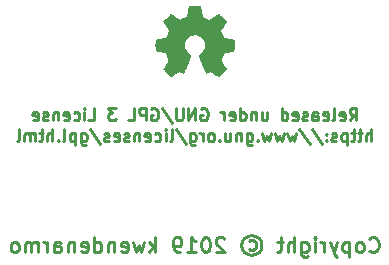
<source format=gbo>
G04 #@! TF.FileFunction,Legend,Bot*
%FSLAX46Y46*%
G04 Gerber Fmt 4.6, Leading zero omitted, Abs format (unit mm)*
G04 Created by KiCad (PCBNEW 4.0.7-e2-6376~61~ubuntu18.04.1) date Sun Dec  8 19:48:57 2019*
%MOMM*%
%LPD*%
G01*
G04 APERTURE LIST*
%ADD10C,0.100000*%
%ADD11C,0.254000*%
%ADD12C,0.010000*%
G04 APERTURE END LIST*
D10*
D11*
X36786429Y-41093571D02*
X36846905Y-41154048D01*
X37028334Y-41214524D01*
X37149286Y-41214524D01*
X37330714Y-41154048D01*
X37451667Y-41033095D01*
X37512143Y-40912143D01*
X37572619Y-40670238D01*
X37572619Y-40488810D01*
X37512143Y-40246905D01*
X37451667Y-40125952D01*
X37330714Y-40005000D01*
X37149286Y-39944524D01*
X37028334Y-39944524D01*
X36846905Y-40005000D01*
X36786429Y-40065476D01*
X36060714Y-41214524D02*
X36181667Y-41154048D01*
X36242143Y-41093571D01*
X36302619Y-40972619D01*
X36302619Y-40609762D01*
X36242143Y-40488810D01*
X36181667Y-40428333D01*
X36060714Y-40367857D01*
X35879286Y-40367857D01*
X35758334Y-40428333D01*
X35697857Y-40488810D01*
X35637381Y-40609762D01*
X35637381Y-40972619D01*
X35697857Y-41093571D01*
X35758334Y-41154048D01*
X35879286Y-41214524D01*
X36060714Y-41214524D01*
X35093095Y-40367857D02*
X35093095Y-41637857D01*
X35093095Y-40428333D02*
X34972143Y-40367857D01*
X34730238Y-40367857D01*
X34609286Y-40428333D01*
X34548809Y-40488810D01*
X34488333Y-40609762D01*
X34488333Y-40972619D01*
X34548809Y-41093571D01*
X34609286Y-41154048D01*
X34730238Y-41214524D01*
X34972143Y-41214524D01*
X35093095Y-41154048D01*
X34064999Y-40367857D02*
X33762618Y-41214524D01*
X33460238Y-40367857D02*
X33762618Y-41214524D01*
X33883571Y-41516905D01*
X33944047Y-41577381D01*
X34064999Y-41637857D01*
X32976428Y-41214524D02*
X32976428Y-40367857D01*
X32976428Y-40609762D02*
X32915952Y-40488810D01*
X32855476Y-40428333D01*
X32734523Y-40367857D01*
X32613571Y-40367857D01*
X32190238Y-41214524D02*
X32190238Y-40367857D01*
X32190238Y-39944524D02*
X32250714Y-40005000D01*
X32190238Y-40065476D01*
X32129762Y-40005000D01*
X32190238Y-39944524D01*
X32190238Y-40065476D01*
X31041190Y-40367857D02*
X31041190Y-41395952D01*
X31101667Y-41516905D01*
X31162143Y-41577381D01*
X31283095Y-41637857D01*
X31464524Y-41637857D01*
X31585476Y-41577381D01*
X31041190Y-41154048D02*
X31162143Y-41214524D01*
X31404047Y-41214524D01*
X31525000Y-41154048D01*
X31585476Y-41093571D01*
X31645952Y-40972619D01*
X31645952Y-40609762D01*
X31585476Y-40488810D01*
X31525000Y-40428333D01*
X31404047Y-40367857D01*
X31162143Y-40367857D01*
X31041190Y-40428333D01*
X30436428Y-41214524D02*
X30436428Y-39944524D01*
X29892142Y-41214524D02*
X29892142Y-40549286D01*
X29952619Y-40428333D01*
X30073571Y-40367857D01*
X30254999Y-40367857D01*
X30375952Y-40428333D01*
X30436428Y-40488810D01*
X29468809Y-40367857D02*
X28984999Y-40367857D01*
X29287380Y-39944524D02*
X29287380Y-41033095D01*
X29226904Y-41154048D01*
X29105951Y-41214524D01*
X28984999Y-41214524D01*
X26565952Y-40246905D02*
X26686904Y-40186429D01*
X26928809Y-40186429D01*
X27049761Y-40246905D01*
X27170714Y-40367857D01*
X27231190Y-40488810D01*
X27231190Y-40730714D01*
X27170714Y-40851667D01*
X27049761Y-40972619D01*
X26928809Y-41033095D01*
X26686904Y-41033095D01*
X26565952Y-40972619D01*
X26807857Y-39763095D02*
X27110238Y-39823571D01*
X27412618Y-40005000D01*
X27594047Y-40307381D01*
X27654523Y-40609762D01*
X27594047Y-40912143D01*
X27412618Y-41214524D01*
X27110238Y-41395952D01*
X26807857Y-41456429D01*
X26505476Y-41395952D01*
X26203095Y-41214524D01*
X26021666Y-40912143D01*
X25961190Y-40609762D01*
X26021666Y-40307381D01*
X26203095Y-40005000D01*
X26505476Y-39823571D01*
X26807857Y-39763095D01*
X24509761Y-40065476D02*
X24449285Y-40005000D01*
X24328333Y-39944524D01*
X24025952Y-39944524D01*
X23904999Y-40005000D01*
X23844523Y-40065476D01*
X23784047Y-40186429D01*
X23784047Y-40307381D01*
X23844523Y-40488810D01*
X24570237Y-41214524D01*
X23784047Y-41214524D01*
X22997856Y-39944524D02*
X22876904Y-39944524D01*
X22755952Y-40005000D01*
X22695475Y-40065476D01*
X22634999Y-40186429D01*
X22574523Y-40428333D01*
X22574523Y-40730714D01*
X22634999Y-40972619D01*
X22695475Y-41093571D01*
X22755952Y-41154048D01*
X22876904Y-41214524D01*
X22997856Y-41214524D01*
X23118809Y-41154048D01*
X23179285Y-41093571D01*
X23239761Y-40972619D01*
X23300237Y-40730714D01*
X23300237Y-40428333D01*
X23239761Y-40186429D01*
X23179285Y-40065476D01*
X23118809Y-40005000D01*
X22997856Y-39944524D01*
X21364999Y-41214524D02*
X22090713Y-41214524D01*
X21727856Y-41214524D02*
X21727856Y-39944524D01*
X21848808Y-40125952D01*
X21969761Y-40246905D01*
X22090713Y-40307381D01*
X20760237Y-41214524D02*
X20518332Y-41214524D01*
X20397380Y-41154048D01*
X20336904Y-41093571D01*
X20215951Y-40912143D01*
X20155475Y-40670238D01*
X20155475Y-40186429D01*
X20215951Y-40065476D01*
X20276427Y-40005000D01*
X20397380Y-39944524D01*
X20639284Y-39944524D01*
X20760237Y-40005000D01*
X20820713Y-40065476D01*
X20881189Y-40186429D01*
X20881189Y-40488810D01*
X20820713Y-40609762D01*
X20760237Y-40670238D01*
X20639284Y-40730714D01*
X20397380Y-40730714D01*
X20276427Y-40670238D01*
X20215951Y-40609762D01*
X20155475Y-40488810D01*
X18643570Y-41214524D02*
X18643570Y-39944524D01*
X18522618Y-40730714D02*
X18159761Y-41214524D01*
X18159761Y-40367857D02*
X18643570Y-40851667D01*
X17736427Y-40367857D02*
X17494523Y-41214524D01*
X17252618Y-40609762D01*
X17010713Y-41214524D01*
X16768808Y-40367857D01*
X15801190Y-41154048D02*
X15922142Y-41214524D01*
X16164047Y-41214524D01*
X16284999Y-41154048D01*
X16345475Y-41033095D01*
X16345475Y-40549286D01*
X16284999Y-40428333D01*
X16164047Y-40367857D01*
X15922142Y-40367857D01*
X15801190Y-40428333D01*
X15740713Y-40549286D01*
X15740713Y-40670238D01*
X16345475Y-40791190D01*
X15196428Y-40367857D02*
X15196428Y-41214524D01*
X15196428Y-40488810D02*
X15135952Y-40428333D01*
X15014999Y-40367857D01*
X14833571Y-40367857D01*
X14712619Y-40428333D01*
X14652142Y-40549286D01*
X14652142Y-41214524D01*
X13503094Y-41214524D02*
X13503094Y-39944524D01*
X13503094Y-41154048D02*
X13624047Y-41214524D01*
X13865951Y-41214524D01*
X13986904Y-41154048D01*
X14047380Y-41093571D01*
X14107856Y-40972619D01*
X14107856Y-40609762D01*
X14047380Y-40488810D01*
X13986904Y-40428333D01*
X13865951Y-40367857D01*
X13624047Y-40367857D01*
X13503094Y-40428333D01*
X12414523Y-41154048D02*
X12535475Y-41214524D01*
X12777380Y-41214524D01*
X12898332Y-41154048D01*
X12958808Y-41033095D01*
X12958808Y-40549286D01*
X12898332Y-40428333D01*
X12777380Y-40367857D01*
X12535475Y-40367857D01*
X12414523Y-40428333D01*
X12354046Y-40549286D01*
X12354046Y-40670238D01*
X12958808Y-40791190D01*
X11809761Y-40367857D02*
X11809761Y-41214524D01*
X11809761Y-40488810D02*
X11749285Y-40428333D01*
X11628332Y-40367857D01*
X11446904Y-40367857D01*
X11325952Y-40428333D01*
X11265475Y-40549286D01*
X11265475Y-41214524D01*
X10116427Y-41214524D02*
X10116427Y-40549286D01*
X10176904Y-40428333D01*
X10297856Y-40367857D01*
X10539761Y-40367857D01*
X10660713Y-40428333D01*
X10116427Y-41154048D02*
X10237380Y-41214524D01*
X10539761Y-41214524D01*
X10660713Y-41154048D01*
X10721189Y-41033095D01*
X10721189Y-40912143D01*
X10660713Y-40791190D01*
X10539761Y-40730714D01*
X10237380Y-40730714D01*
X10116427Y-40670238D01*
X9511665Y-41214524D02*
X9511665Y-40367857D01*
X9511665Y-40609762D02*
X9451189Y-40488810D01*
X9390713Y-40428333D01*
X9269760Y-40367857D01*
X9148808Y-40367857D01*
X8725475Y-41214524D02*
X8725475Y-40367857D01*
X8725475Y-40488810D02*
X8664999Y-40428333D01*
X8544046Y-40367857D01*
X8362618Y-40367857D01*
X8241666Y-40428333D01*
X8181189Y-40549286D01*
X8181189Y-41214524D01*
X8181189Y-40549286D02*
X8120713Y-40428333D01*
X7999761Y-40367857D01*
X7818332Y-40367857D01*
X7697380Y-40428333D01*
X7636904Y-40549286D01*
X7636904Y-41214524D01*
X6850713Y-41214524D02*
X6971666Y-41154048D01*
X7032142Y-41093571D01*
X7092618Y-40972619D01*
X7092618Y-40609762D01*
X7032142Y-40488810D01*
X6971666Y-40428333D01*
X6850713Y-40367857D01*
X6669285Y-40367857D01*
X6548333Y-40428333D01*
X6487856Y-40488810D01*
X6427380Y-40609762D01*
X6427380Y-40972619D01*
X6487856Y-41093571D01*
X6548333Y-41154048D01*
X6669285Y-41214524D01*
X6850713Y-41214524D01*
X35111236Y-30050619D02*
X35449902Y-29566810D01*
X35691807Y-30050619D02*
X35691807Y-29034619D01*
X35304760Y-29034619D01*
X35207998Y-29083000D01*
X35159617Y-29131381D01*
X35111236Y-29228143D01*
X35111236Y-29373286D01*
X35159617Y-29470048D01*
X35207998Y-29518429D01*
X35304760Y-29566810D01*
X35691807Y-29566810D01*
X34288760Y-30002238D02*
X34385522Y-30050619D01*
X34579045Y-30050619D01*
X34675807Y-30002238D01*
X34724188Y-29905476D01*
X34724188Y-29518429D01*
X34675807Y-29421667D01*
X34579045Y-29373286D01*
X34385522Y-29373286D01*
X34288760Y-29421667D01*
X34240379Y-29518429D01*
X34240379Y-29615190D01*
X34724188Y-29711952D01*
X33659807Y-30050619D02*
X33756569Y-30002238D01*
X33804950Y-29905476D01*
X33804950Y-29034619D01*
X32885713Y-30002238D02*
X32982475Y-30050619D01*
X33175998Y-30050619D01*
X33272760Y-30002238D01*
X33321141Y-29905476D01*
X33321141Y-29518429D01*
X33272760Y-29421667D01*
X33175998Y-29373286D01*
X32982475Y-29373286D01*
X32885713Y-29421667D01*
X32837332Y-29518429D01*
X32837332Y-29615190D01*
X33321141Y-29711952D01*
X31966475Y-30050619D02*
X31966475Y-29518429D01*
X32014856Y-29421667D01*
X32111618Y-29373286D01*
X32305141Y-29373286D01*
X32401903Y-29421667D01*
X31966475Y-30002238D02*
X32063237Y-30050619D01*
X32305141Y-30050619D01*
X32401903Y-30002238D01*
X32450284Y-29905476D01*
X32450284Y-29808714D01*
X32401903Y-29711952D01*
X32305141Y-29663571D01*
X32063237Y-29663571D01*
X31966475Y-29615190D01*
X31531046Y-30002238D02*
X31434284Y-30050619D01*
X31240760Y-30050619D01*
X31143999Y-30002238D01*
X31095618Y-29905476D01*
X31095618Y-29857095D01*
X31143999Y-29760333D01*
X31240760Y-29711952D01*
X31385903Y-29711952D01*
X31482665Y-29663571D01*
X31531046Y-29566810D01*
X31531046Y-29518429D01*
X31482665Y-29421667D01*
X31385903Y-29373286D01*
X31240760Y-29373286D01*
X31143999Y-29421667D01*
X30273142Y-30002238D02*
X30369904Y-30050619D01*
X30563427Y-30050619D01*
X30660189Y-30002238D01*
X30708570Y-29905476D01*
X30708570Y-29518429D01*
X30660189Y-29421667D01*
X30563427Y-29373286D01*
X30369904Y-29373286D01*
X30273142Y-29421667D01*
X30224761Y-29518429D01*
X30224761Y-29615190D01*
X30708570Y-29711952D01*
X29353904Y-30050619D02*
X29353904Y-29034619D01*
X29353904Y-30002238D02*
X29450666Y-30050619D01*
X29644189Y-30050619D01*
X29740951Y-30002238D01*
X29789332Y-29953857D01*
X29837713Y-29857095D01*
X29837713Y-29566810D01*
X29789332Y-29470048D01*
X29740951Y-29421667D01*
X29644189Y-29373286D01*
X29450666Y-29373286D01*
X29353904Y-29421667D01*
X27660571Y-29373286D02*
X27660571Y-30050619D01*
X28095999Y-29373286D02*
X28095999Y-29905476D01*
X28047618Y-30002238D01*
X27950856Y-30050619D01*
X27805714Y-30050619D01*
X27708952Y-30002238D01*
X27660571Y-29953857D01*
X27176761Y-29373286D02*
X27176761Y-30050619D01*
X27176761Y-29470048D02*
X27128380Y-29421667D01*
X27031618Y-29373286D01*
X26886476Y-29373286D01*
X26789714Y-29421667D01*
X26741333Y-29518429D01*
X26741333Y-30050619D01*
X25822095Y-30050619D02*
X25822095Y-29034619D01*
X25822095Y-30002238D02*
X25918857Y-30050619D01*
X26112380Y-30050619D01*
X26209142Y-30002238D01*
X26257523Y-29953857D01*
X26305904Y-29857095D01*
X26305904Y-29566810D01*
X26257523Y-29470048D01*
X26209142Y-29421667D01*
X26112380Y-29373286D01*
X25918857Y-29373286D01*
X25822095Y-29421667D01*
X24951238Y-30002238D02*
X25048000Y-30050619D01*
X25241523Y-30050619D01*
X25338285Y-30002238D01*
X25386666Y-29905476D01*
X25386666Y-29518429D01*
X25338285Y-29421667D01*
X25241523Y-29373286D01*
X25048000Y-29373286D01*
X24951238Y-29421667D01*
X24902857Y-29518429D01*
X24902857Y-29615190D01*
X25386666Y-29711952D01*
X24467428Y-30050619D02*
X24467428Y-29373286D01*
X24467428Y-29566810D02*
X24419047Y-29470048D01*
X24370666Y-29421667D01*
X24273904Y-29373286D01*
X24177143Y-29373286D01*
X22532191Y-29083000D02*
X22628953Y-29034619D01*
X22774096Y-29034619D01*
X22919238Y-29083000D01*
X23016000Y-29179762D01*
X23064381Y-29276524D01*
X23112762Y-29470048D01*
X23112762Y-29615190D01*
X23064381Y-29808714D01*
X23016000Y-29905476D01*
X22919238Y-30002238D01*
X22774096Y-30050619D01*
X22677334Y-30050619D01*
X22532191Y-30002238D01*
X22483810Y-29953857D01*
X22483810Y-29615190D01*
X22677334Y-29615190D01*
X22048381Y-30050619D02*
X22048381Y-29034619D01*
X21467810Y-30050619D01*
X21467810Y-29034619D01*
X20984000Y-29034619D02*
X20984000Y-29857095D01*
X20935619Y-29953857D01*
X20887238Y-30002238D01*
X20790476Y-30050619D01*
X20596953Y-30050619D01*
X20500191Y-30002238D01*
X20451810Y-29953857D01*
X20403429Y-29857095D01*
X20403429Y-29034619D01*
X19193905Y-28986238D02*
X20064762Y-30292524D01*
X18323048Y-29083000D02*
X18419810Y-29034619D01*
X18564953Y-29034619D01*
X18710095Y-29083000D01*
X18806857Y-29179762D01*
X18855238Y-29276524D01*
X18903619Y-29470048D01*
X18903619Y-29615190D01*
X18855238Y-29808714D01*
X18806857Y-29905476D01*
X18710095Y-30002238D01*
X18564953Y-30050619D01*
X18468191Y-30050619D01*
X18323048Y-30002238D01*
X18274667Y-29953857D01*
X18274667Y-29615190D01*
X18468191Y-29615190D01*
X17839238Y-30050619D02*
X17839238Y-29034619D01*
X17452191Y-29034619D01*
X17355429Y-29083000D01*
X17307048Y-29131381D01*
X17258667Y-29228143D01*
X17258667Y-29373286D01*
X17307048Y-29470048D01*
X17355429Y-29518429D01*
X17452191Y-29566810D01*
X17839238Y-29566810D01*
X16339429Y-30050619D02*
X16823238Y-30050619D01*
X16823238Y-29034619D01*
X15323429Y-29034619D02*
X14694477Y-29034619D01*
X15033143Y-29421667D01*
X14888001Y-29421667D01*
X14791239Y-29470048D01*
X14742858Y-29518429D01*
X14694477Y-29615190D01*
X14694477Y-29857095D01*
X14742858Y-29953857D01*
X14791239Y-30002238D01*
X14888001Y-30050619D01*
X15178286Y-30050619D01*
X15275048Y-30002238D01*
X15323429Y-29953857D01*
X13001144Y-30050619D02*
X13484953Y-30050619D01*
X13484953Y-29034619D01*
X12662477Y-30050619D02*
X12662477Y-29373286D01*
X12662477Y-29034619D02*
X12710858Y-29083000D01*
X12662477Y-29131381D01*
X12614096Y-29083000D01*
X12662477Y-29034619D01*
X12662477Y-29131381D01*
X11743239Y-30002238D02*
X11840001Y-30050619D01*
X12033524Y-30050619D01*
X12130286Y-30002238D01*
X12178667Y-29953857D01*
X12227048Y-29857095D01*
X12227048Y-29566810D01*
X12178667Y-29470048D01*
X12130286Y-29421667D01*
X12033524Y-29373286D01*
X11840001Y-29373286D01*
X11743239Y-29421667D01*
X10920763Y-30002238D02*
X11017525Y-30050619D01*
X11211048Y-30050619D01*
X11307810Y-30002238D01*
X11356191Y-29905476D01*
X11356191Y-29518429D01*
X11307810Y-29421667D01*
X11211048Y-29373286D01*
X11017525Y-29373286D01*
X10920763Y-29421667D01*
X10872382Y-29518429D01*
X10872382Y-29615190D01*
X11356191Y-29711952D01*
X10436953Y-29373286D02*
X10436953Y-30050619D01*
X10436953Y-29470048D02*
X10388572Y-29421667D01*
X10291810Y-29373286D01*
X10146668Y-29373286D01*
X10049906Y-29421667D01*
X10001525Y-29518429D01*
X10001525Y-30050619D01*
X9566096Y-30002238D02*
X9469334Y-30050619D01*
X9275810Y-30050619D01*
X9179049Y-30002238D01*
X9130668Y-29905476D01*
X9130668Y-29857095D01*
X9179049Y-29760333D01*
X9275810Y-29711952D01*
X9420953Y-29711952D01*
X9517715Y-29663571D01*
X9566096Y-29566810D01*
X9566096Y-29518429D01*
X9517715Y-29421667D01*
X9420953Y-29373286D01*
X9275810Y-29373286D01*
X9179049Y-29421667D01*
X8308192Y-30002238D02*
X8404954Y-30050619D01*
X8598477Y-30050619D01*
X8695239Y-30002238D01*
X8743620Y-29905476D01*
X8743620Y-29518429D01*
X8695239Y-29421667D01*
X8598477Y-29373286D01*
X8404954Y-29373286D01*
X8308192Y-29421667D01*
X8259811Y-29518429D01*
X8259811Y-29615190D01*
X8743620Y-29711952D01*
X36949713Y-31828619D02*
X36949713Y-30812619D01*
X36514285Y-31828619D02*
X36514285Y-31296429D01*
X36562666Y-31199667D01*
X36659428Y-31151286D01*
X36804570Y-31151286D01*
X36901332Y-31199667D01*
X36949713Y-31248048D01*
X36175618Y-31151286D02*
X35788570Y-31151286D01*
X36030475Y-30812619D02*
X36030475Y-31683476D01*
X35982094Y-31780238D01*
X35885332Y-31828619D01*
X35788570Y-31828619D01*
X35595047Y-31151286D02*
X35207999Y-31151286D01*
X35449904Y-30812619D02*
X35449904Y-31683476D01*
X35401523Y-31780238D01*
X35304761Y-31828619D01*
X35207999Y-31828619D01*
X34869333Y-31151286D02*
X34869333Y-32167286D01*
X34869333Y-31199667D02*
X34772571Y-31151286D01*
X34579048Y-31151286D01*
X34482286Y-31199667D01*
X34433905Y-31248048D01*
X34385524Y-31344810D01*
X34385524Y-31635095D01*
X34433905Y-31731857D01*
X34482286Y-31780238D01*
X34579048Y-31828619D01*
X34772571Y-31828619D01*
X34869333Y-31780238D01*
X33998476Y-31780238D02*
X33901714Y-31828619D01*
X33708190Y-31828619D01*
X33611429Y-31780238D01*
X33563048Y-31683476D01*
X33563048Y-31635095D01*
X33611429Y-31538333D01*
X33708190Y-31489952D01*
X33853333Y-31489952D01*
X33950095Y-31441571D01*
X33998476Y-31344810D01*
X33998476Y-31296429D01*
X33950095Y-31199667D01*
X33853333Y-31151286D01*
X33708190Y-31151286D01*
X33611429Y-31199667D01*
X33127619Y-31731857D02*
X33079238Y-31780238D01*
X33127619Y-31828619D01*
X33176000Y-31780238D01*
X33127619Y-31731857D01*
X33127619Y-31828619D01*
X33127619Y-31199667D02*
X33079238Y-31248048D01*
X33127619Y-31296429D01*
X33176000Y-31248048D01*
X33127619Y-31199667D01*
X33127619Y-31296429D01*
X31918095Y-30764238D02*
X32788952Y-32070524D01*
X30853714Y-30764238D02*
X31724571Y-32070524D01*
X30611809Y-31151286D02*
X30418285Y-31828619D01*
X30224762Y-31344810D01*
X30031238Y-31828619D01*
X29837714Y-31151286D01*
X29547428Y-31151286D02*
X29353904Y-31828619D01*
X29160381Y-31344810D01*
X28966857Y-31828619D01*
X28773333Y-31151286D01*
X28483047Y-31151286D02*
X28289523Y-31828619D01*
X28096000Y-31344810D01*
X27902476Y-31828619D01*
X27708952Y-31151286D01*
X27321904Y-31731857D02*
X27273523Y-31780238D01*
X27321904Y-31828619D01*
X27370285Y-31780238D01*
X27321904Y-31731857D01*
X27321904Y-31828619D01*
X26402666Y-31151286D02*
X26402666Y-31973762D01*
X26451047Y-32070524D01*
X26499428Y-32118905D01*
X26596189Y-32167286D01*
X26741332Y-32167286D01*
X26838094Y-32118905D01*
X26402666Y-31780238D02*
X26499428Y-31828619D01*
X26692951Y-31828619D01*
X26789713Y-31780238D01*
X26838094Y-31731857D01*
X26886475Y-31635095D01*
X26886475Y-31344810D01*
X26838094Y-31248048D01*
X26789713Y-31199667D01*
X26692951Y-31151286D01*
X26499428Y-31151286D01*
X26402666Y-31199667D01*
X25918856Y-31151286D02*
X25918856Y-31828619D01*
X25918856Y-31248048D02*
X25870475Y-31199667D01*
X25773713Y-31151286D01*
X25628571Y-31151286D01*
X25531809Y-31199667D01*
X25483428Y-31296429D01*
X25483428Y-31828619D01*
X24564190Y-31151286D02*
X24564190Y-31828619D01*
X24999618Y-31151286D02*
X24999618Y-31683476D01*
X24951237Y-31780238D01*
X24854475Y-31828619D01*
X24709333Y-31828619D01*
X24612571Y-31780238D01*
X24564190Y-31731857D01*
X24080380Y-31731857D02*
X24031999Y-31780238D01*
X24080380Y-31828619D01*
X24128761Y-31780238D01*
X24080380Y-31731857D01*
X24080380Y-31828619D01*
X23451427Y-31828619D02*
X23548189Y-31780238D01*
X23596570Y-31731857D01*
X23644951Y-31635095D01*
X23644951Y-31344810D01*
X23596570Y-31248048D01*
X23548189Y-31199667D01*
X23451427Y-31151286D01*
X23306285Y-31151286D01*
X23209523Y-31199667D01*
X23161142Y-31248048D01*
X23112761Y-31344810D01*
X23112761Y-31635095D01*
X23161142Y-31731857D01*
X23209523Y-31780238D01*
X23306285Y-31828619D01*
X23451427Y-31828619D01*
X22677332Y-31828619D02*
X22677332Y-31151286D01*
X22677332Y-31344810D02*
X22628951Y-31248048D01*
X22580570Y-31199667D01*
X22483808Y-31151286D01*
X22387047Y-31151286D01*
X21612952Y-31151286D02*
X21612952Y-31973762D01*
X21661333Y-32070524D01*
X21709714Y-32118905D01*
X21806475Y-32167286D01*
X21951618Y-32167286D01*
X22048380Y-32118905D01*
X21612952Y-31780238D02*
X21709714Y-31828619D01*
X21903237Y-31828619D01*
X21999999Y-31780238D01*
X22048380Y-31731857D01*
X22096761Y-31635095D01*
X22096761Y-31344810D01*
X22048380Y-31248048D01*
X21999999Y-31199667D01*
X21903237Y-31151286D01*
X21709714Y-31151286D01*
X21612952Y-31199667D01*
X20403428Y-30764238D02*
X21274285Y-32070524D01*
X19919618Y-31828619D02*
X20016380Y-31780238D01*
X20064761Y-31683476D01*
X20064761Y-30812619D01*
X19532571Y-31828619D02*
X19532571Y-31151286D01*
X19532571Y-30812619D02*
X19580952Y-30861000D01*
X19532571Y-30909381D01*
X19484190Y-30861000D01*
X19532571Y-30812619D01*
X19532571Y-30909381D01*
X18613333Y-31780238D02*
X18710095Y-31828619D01*
X18903618Y-31828619D01*
X19000380Y-31780238D01*
X19048761Y-31731857D01*
X19097142Y-31635095D01*
X19097142Y-31344810D01*
X19048761Y-31248048D01*
X19000380Y-31199667D01*
X18903618Y-31151286D01*
X18710095Y-31151286D01*
X18613333Y-31199667D01*
X17790857Y-31780238D02*
X17887619Y-31828619D01*
X18081142Y-31828619D01*
X18177904Y-31780238D01*
X18226285Y-31683476D01*
X18226285Y-31296429D01*
X18177904Y-31199667D01*
X18081142Y-31151286D01*
X17887619Y-31151286D01*
X17790857Y-31199667D01*
X17742476Y-31296429D01*
X17742476Y-31393190D01*
X18226285Y-31489952D01*
X17307047Y-31151286D02*
X17307047Y-31828619D01*
X17307047Y-31248048D02*
X17258666Y-31199667D01*
X17161904Y-31151286D01*
X17016762Y-31151286D01*
X16920000Y-31199667D01*
X16871619Y-31296429D01*
X16871619Y-31828619D01*
X16436190Y-31780238D02*
X16339428Y-31828619D01*
X16145904Y-31828619D01*
X16049143Y-31780238D01*
X16000762Y-31683476D01*
X16000762Y-31635095D01*
X16049143Y-31538333D01*
X16145904Y-31489952D01*
X16291047Y-31489952D01*
X16387809Y-31441571D01*
X16436190Y-31344810D01*
X16436190Y-31296429D01*
X16387809Y-31199667D01*
X16291047Y-31151286D01*
X16145904Y-31151286D01*
X16049143Y-31199667D01*
X15178286Y-31780238D02*
X15275048Y-31828619D01*
X15468571Y-31828619D01*
X15565333Y-31780238D01*
X15613714Y-31683476D01*
X15613714Y-31296429D01*
X15565333Y-31199667D01*
X15468571Y-31151286D01*
X15275048Y-31151286D01*
X15178286Y-31199667D01*
X15129905Y-31296429D01*
X15129905Y-31393190D01*
X15613714Y-31489952D01*
X14742857Y-31780238D02*
X14646095Y-31828619D01*
X14452571Y-31828619D01*
X14355810Y-31780238D01*
X14307429Y-31683476D01*
X14307429Y-31635095D01*
X14355810Y-31538333D01*
X14452571Y-31489952D01*
X14597714Y-31489952D01*
X14694476Y-31441571D01*
X14742857Y-31344810D01*
X14742857Y-31296429D01*
X14694476Y-31199667D01*
X14597714Y-31151286D01*
X14452571Y-31151286D01*
X14355810Y-31199667D01*
X13146286Y-30764238D02*
X14017143Y-32070524D01*
X12372191Y-31151286D02*
X12372191Y-31973762D01*
X12420572Y-32070524D01*
X12468953Y-32118905D01*
X12565714Y-32167286D01*
X12710857Y-32167286D01*
X12807619Y-32118905D01*
X12372191Y-31780238D02*
X12468953Y-31828619D01*
X12662476Y-31828619D01*
X12759238Y-31780238D01*
X12807619Y-31731857D01*
X12856000Y-31635095D01*
X12856000Y-31344810D01*
X12807619Y-31248048D01*
X12759238Y-31199667D01*
X12662476Y-31151286D01*
X12468953Y-31151286D01*
X12372191Y-31199667D01*
X11888381Y-31151286D02*
X11888381Y-32167286D01*
X11888381Y-31199667D02*
X11791619Y-31151286D01*
X11598096Y-31151286D01*
X11501334Y-31199667D01*
X11452953Y-31248048D01*
X11404572Y-31344810D01*
X11404572Y-31635095D01*
X11452953Y-31731857D01*
X11501334Y-31780238D01*
X11598096Y-31828619D01*
X11791619Y-31828619D01*
X11888381Y-31780238D01*
X10824000Y-31828619D02*
X10920762Y-31780238D01*
X10969143Y-31683476D01*
X10969143Y-30812619D01*
X10436953Y-31731857D02*
X10388572Y-31780238D01*
X10436953Y-31828619D01*
X10485334Y-31780238D01*
X10436953Y-31731857D01*
X10436953Y-31828619D01*
X9953143Y-31828619D02*
X9953143Y-30812619D01*
X9517715Y-31828619D02*
X9517715Y-31296429D01*
X9566096Y-31199667D01*
X9662858Y-31151286D01*
X9808000Y-31151286D01*
X9904762Y-31199667D01*
X9953143Y-31248048D01*
X9179048Y-31151286D02*
X8792000Y-31151286D01*
X9033905Y-30812619D02*
X9033905Y-31683476D01*
X8985524Y-31780238D01*
X8888762Y-31828619D01*
X8792000Y-31828619D01*
X8453334Y-31828619D02*
X8453334Y-31151286D01*
X8453334Y-31248048D02*
X8404953Y-31199667D01*
X8308191Y-31151286D01*
X8163049Y-31151286D01*
X8066287Y-31199667D01*
X8017906Y-31296429D01*
X8017906Y-31828619D01*
X8017906Y-31296429D02*
X7969525Y-31199667D01*
X7872763Y-31151286D01*
X7727620Y-31151286D01*
X7630858Y-31199667D01*
X7582477Y-31296429D01*
X7582477Y-31828619D01*
X6953524Y-31828619D02*
X7050286Y-31780238D01*
X7098667Y-31683476D01*
X7098667Y-30812619D01*
D12*
G36*
X21444186Y-20836931D02*
X21360365Y-21281555D01*
X21051080Y-21409053D01*
X20741794Y-21536551D01*
X20370754Y-21284246D01*
X20266843Y-21213996D01*
X20172913Y-21151272D01*
X20093348Y-21098938D01*
X20032530Y-21059857D01*
X19994843Y-21036893D01*
X19984579Y-21031942D01*
X19966090Y-21044676D01*
X19926580Y-21079882D01*
X19870478Y-21133062D01*
X19802213Y-21199718D01*
X19726214Y-21275354D01*
X19646908Y-21355472D01*
X19568725Y-21435574D01*
X19496093Y-21511164D01*
X19433441Y-21577745D01*
X19385197Y-21630818D01*
X19355790Y-21665887D01*
X19348759Y-21677623D01*
X19358877Y-21699260D01*
X19387241Y-21746662D01*
X19430871Y-21815193D01*
X19486782Y-21900215D01*
X19551994Y-21997093D01*
X19589781Y-22052350D01*
X19658657Y-22153248D01*
X19719860Y-22244299D01*
X19770422Y-22320970D01*
X19807372Y-22378728D01*
X19827742Y-22413043D01*
X19830803Y-22420254D01*
X19823864Y-22440748D01*
X19804949Y-22488513D01*
X19776913Y-22556832D01*
X19742609Y-22638989D01*
X19704891Y-22728270D01*
X19666613Y-22817958D01*
X19630630Y-22901338D01*
X19599794Y-22971694D01*
X19576961Y-23022310D01*
X19564983Y-23046471D01*
X19564276Y-23047422D01*
X19545469Y-23052036D01*
X19495382Y-23062328D01*
X19419207Y-23077287D01*
X19322135Y-23095901D01*
X19209357Y-23117159D01*
X19143558Y-23129418D01*
X19023050Y-23152362D01*
X18914203Y-23174195D01*
X18822524Y-23193722D01*
X18753519Y-23209748D01*
X18712696Y-23221079D01*
X18704489Y-23224674D01*
X18696452Y-23249006D01*
X18689967Y-23303959D01*
X18685030Y-23383108D01*
X18681636Y-23480026D01*
X18679782Y-23588287D01*
X18679462Y-23701465D01*
X18680673Y-23813135D01*
X18683410Y-23916868D01*
X18687669Y-24006241D01*
X18693445Y-24074826D01*
X18700733Y-24116197D01*
X18705105Y-24124810D01*
X18731236Y-24135133D01*
X18786607Y-24149892D01*
X18863893Y-24167352D01*
X18955770Y-24185780D01*
X18987842Y-24191741D01*
X19142476Y-24220066D01*
X19264625Y-24242876D01*
X19358327Y-24261080D01*
X19427616Y-24275583D01*
X19476529Y-24287292D01*
X19509103Y-24297115D01*
X19529372Y-24305956D01*
X19541374Y-24314724D01*
X19543053Y-24316457D01*
X19559816Y-24344371D01*
X19585386Y-24398695D01*
X19617212Y-24472777D01*
X19652740Y-24559965D01*
X19689417Y-24653608D01*
X19724689Y-24747052D01*
X19756004Y-24833647D01*
X19780807Y-24906740D01*
X19796546Y-24959678D01*
X19800668Y-24985811D01*
X19800324Y-24986726D01*
X19786359Y-25008086D01*
X19754678Y-25055084D01*
X19708609Y-25122827D01*
X19651482Y-25206423D01*
X19586627Y-25300982D01*
X19568157Y-25327854D01*
X19502301Y-25425275D01*
X19444350Y-25514163D01*
X19397462Y-25589412D01*
X19364793Y-25645920D01*
X19349500Y-25678581D01*
X19348759Y-25682593D01*
X19361608Y-25703684D01*
X19397112Y-25745464D01*
X19450707Y-25803445D01*
X19517829Y-25873135D01*
X19593913Y-25950045D01*
X19674396Y-26029683D01*
X19754713Y-26107561D01*
X19830301Y-26179186D01*
X19896595Y-26240070D01*
X19949031Y-26285721D01*
X19983045Y-26311650D01*
X19992455Y-26315883D01*
X20014357Y-26305912D01*
X20059200Y-26279020D01*
X20119679Y-26239736D01*
X20166211Y-26208117D01*
X20250525Y-26150098D01*
X20350374Y-26081784D01*
X20450527Y-26013579D01*
X20504373Y-25977075D01*
X20686629Y-25853800D01*
X20839619Y-25936520D01*
X20909318Y-25972759D01*
X20968586Y-26000926D01*
X21008689Y-26016991D01*
X21018897Y-26019226D01*
X21031171Y-26002722D01*
X21055387Y-25956082D01*
X21089737Y-25883609D01*
X21132412Y-25789606D01*
X21181606Y-25678374D01*
X21235510Y-25554215D01*
X21292316Y-25421432D01*
X21350218Y-25284327D01*
X21407407Y-25147202D01*
X21462076Y-25014358D01*
X21512416Y-24890098D01*
X21556620Y-24778725D01*
X21592881Y-24684539D01*
X21619391Y-24611844D01*
X21634342Y-24564941D01*
X21636746Y-24548833D01*
X21617689Y-24528286D01*
X21575964Y-24494933D01*
X21520294Y-24455702D01*
X21515622Y-24452599D01*
X21371736Y-24337423D01*
X21255717Y-24203053D01*
X21168570Y-24053784D01*
X21111301Y-23893913D01*
X21084914Y-23727737D01*
X21090415Y-23559552D01*
X21128810Y-23393655D01*
X21201105Y-23234342D01*
X21222374Y-23199487D01*
X21333004Y-23058737D01*
X21463698Y-22945714D01*
X21609936Y-22861003D01*
X21767192Y-22805194D01*
X21930943Y-22778874D01*
X22096667Y-22782630D01*
X22259838Y-22817050D01*
X22415935Y-22882723D01*
X22560433Y-22980235D01*
X22605131Y-23019813D01*
X22718888Y-23143703D01*
X22801782Y-23274124D01*
X22858644Y-23420315D01*
X22890313Y-23565088D01*
X22898131Y-23727860D01*
X22872062Y-23891440D01*
X22814755Y-24050298D01*
X22728856Y-24198906D01*
X22617014Y-24331735D01*
X22481877Y-24443256D01*
X22464117Y-24455011D01*
X22407850Y-24493508D01*
X22365077Y-24526863D01*
X22344628Y-24548160D01*
X22344331Y-24548833D01*
X22348721Y-24571871D01*
X22366124Y-24624157D01*
X22394732Y-24701390D01*
X22432735Y-24799268D01*
X22478326Y-24913491D01*
X22529697Y-25039758D01*
X22585038Y-25173767D01*
X22642542Y-25311218D01*
X22700399Y-25447808D01*
X22756802Y-25579237D01*
X22809942Y-25701205D01*
X22858010Y-25809409D01*
X22899199Y-25899549D01*
X22931699Y-25967323D01*
X22953703Y-26008430D01*
X22962564Y-26019226D01*
X22989640Y-26010819D01*
X23040303Y-25988272D01*
X23105817Y-25955613D01*
X23141841Y-25936520D01*
X23294832Y-25853800D01*
X23477088Y-25977075D01*
X23570125Y-26040228D01*
X23671985Y-26109727D01*
X23767438Y-26175165D01*
X23815250Y-26208117D01*
X23882495Y-26253273D01*
X23939436Y-26289057D01*
X23978646Y-26310938D01*
X23991381Y-26315563D01*
X24009917Y-26303085D01*
X24050941Y-26268252D01*
X24110475Y-26214678D01*
X24184542Y-26145983D01*
X24269165Y-26065781D01*
X24322685Y-26014286D01*
X24416319Y-25922286D01*
X24497241Y-25839999D01*
X24562177Y-25770945D01*
X24607858Y-25718644D01*
X24631011Y-25686616D01*
X24633232Y-25680116D01*
X24622924Y-25655394D01*
X24594439Y-25605405D01*
X24550937Y-25535212D01*
X24495577Y-25449875D01*
X24431520Y-25354456D01*
X24413303Y-25327854D01*
X24346927Y-25231167D01*
X24287378Y-25144117D01*
X24237984Y-25071595D01*
X24202075Y-25018493D01*
X24182981Y-24989703D01*
X24181136Y-24986726D01*
X24183895Y-24963782D01*
X24198538Y-24913336D01*
X24222513Y-24842041D01*
X24253266Y-24756547D01*
X24288244Y-24663507D01*
X24324893Y-24569574D01*
X24360661Y-24481399D01*
X24392994Y-24405634D01*
X24419338Y-24348931D01*
X24437142Y-24317943D01*
X24438407Y-24316457D01*
X24449294Y-24307601D01*
X24467682Y-24298843D01*
X24497606Y-24289277D01*
X24543103Y-24277996D01*
X24608209Y-24264093D01*
X24696961Y-24246663D01*
X24813393Y-24224798D01*
X24961542Y-24197591D01*
X24993618Y-24191741D01*
X25088686Y-24173374D01*
X25171565Y-24155405D01*
X25234930Y-24139569D01*
X25271458Y-24127600D01*
X25276356Y-24124810D01*
X25284427Y-24100072D01*
X25290987Y-24044790D01*
X25296033Y-23965389D01*
X25299559Y-23868296D01*
X25301561Y-23759938D01*
X25302036Y-23646740D01*
X25300977Y-23535128D01*
X25298382Y-23431529D01*
X25294246Y-23342368D01*
X25288563Y-23274072D01*
X25281331Y-23233066D01*
X25276971Y-23224674D01*
X25252698Y-23216208D01*
X25197426Y-23202435D01*
X25116662Y-23184550D01*
X25015912Y-23163748D01*
X24900683Y-23141223D01*
X24837902Y-23129418D01*
X24718787Y-23107151D01*
X24612565Y-23086979D01*
X24524427Y-23069915D01*
X24459566Y-23056969D01*
X24423174Y-23049155D01*
X24417184Y-23047422D01*
X24407061Y-23027890D01*
X24385662Y-22980843D01*
X24355839Y-22913003D01*
X24320445Y-22831091D01*
X24282332Y-22741828D01*
X24244353Y-22651935D01*
X24209360Y-22568135D01*
X24180206Y-22497147D01*
X24159743Y-22445694D01*
X24150823Y-22420497D01*
X24150657Y-22419396D01*
X24160769Y-22399519D01*
X24189117Y-22353777D01*
X24232723Y-22286717D01*
X24288606Y-22202884D01*
X24353787Y-22106826D01*
X24391679Y-22051650D01*
X24460725Y-21950481D01*
X24522050Y-21858630D01*
X24572663Y-21780744D01*
X24609571Y-21721469D01*
X24629782Y-21685451D01*
X24632701Y-21677377D01*
X24620153Y-21658584D01*
X24585463Y-21618457D01*
X24533063Y-21561493D01*
X24467384Y-21492185D01*
X24392856Y-21415031D01*
X24313913Y-21334525D01*
X24234983Y-21255163D01*
X24160500Y-21181440D01*
X24094894Y-21117852D01*
X24042596Y-21068894D01*
X24008039Y-21039061D01*
X23996478Y-21031942D01*
X23977654Y-21041953D01*
X23932631Y-21070078D01*
X23865787Y-21113454D01*
X23781499Y-21169218D01*
X23684144Y-21234506D01*
X23610707Y-21284246D01*
X23239667Y-21536551D01*
X22621095Y-21281555D01*
X22537275Y-20836931D01*
X22453454Y-20392307D01*
X21528006Y-20392307D01*
X21444186Y-20836931D01*
X21444186Y-20836931D01*
G37*
X21444186Y-20836931D02*
X21360365Y-21281555D01*
X21051080Y-21409053D01*
X20741794Y-21536551D01*
X20370754Y-21284246D01*
X20266843Y-21213996D01*
X20172913Y-21151272D01*
X20093348Y-21098938D01*
X20032530Y-21059857D01*
X19994843Y-21036893D01*
X19984579Y-21031942D01*
X19966090Y-21044676D01*
X19926580Y-21079882D01*
X19870478Y-21133062D01*
X19802213Y-21199718D01*
X19726214Y-21275354D01*
X19646908Y-21355472D01*
X19568725Y-21435574D01*
X19496093Y-21511164D01*
X19433441Y-21577745D01*
X19385197Y-21630818D01*
X19355790Y-21665887D01*
X19348759Y-21677623D01*
X19358877Y-21699260D01*
X19387241Y-21746662D01*
X19430871Y-21815193D01*
X19486782Y-21900215D01*
X19551994Y-21997093D01*
X19589781Y-22052350D01*
X19658657Y-22153248D01*
X19719860Y-22244299D01*
X19770422Y-22320970D01*
X19807372Y-22378728D01*
X19827742Y-22413043D01*
X19830803Y-22420254D01*
X19823864Y-22440748D01*
X19804949Y-22488513D01*
X19776913Y-22556832D01*
X19742609Y-22638989D01*
X19704891Y-22728270D01*
X19666613Y-22817958D01*
X19630630Y-22901338D01*
X19599794Y-22971694D01*
X19576961Y-23022310D01*
X19564983Y-23046471D01*
X19564276Y-23047422D01*
X19545469Y-23052036D01*
X19495382Y-23062328D01*
X19419207Y-23077287D01*
X19322135Y-23095901D01*
X19209357Y-23117159D01*
X19143558Y-23129418D01*
X19023050Y-23152362D01*
X18914203Y-23174195D01*
X18822524Y-23193722D01*
X18753519Y-23209748D01*
X18712696Y-23221079D01*
X18704489Y-23224674D01*
X18696452Y-23249006D01*
X18689967Y-23303959D01*
X18685030Y-23383108D01*
X18681636Y-23480026D01*
X18679782Y-23588287D01*
X18679462Y-23701465D01*
X18680673Y-23813135D01*
X18683410Y-23916868D01*
X18687669Y-24006241D01*
X18693445Y-24074826D01*
X18700733Y-24116197D01*
X18705105Y-24124810D01*
X18731236Y-24135133D01*
X18786607Y-24149892D01*
X18863893Y-24167352D01*
X18955770Y-24185780D01*
X18987842Y-24191741D01*
X19142476Y-24220066D01*
X19264625Y-24242876D01*
X19358327Y-24261080D01*
X19427616Y-24275583D01*
X19476529Y-24287292D01*
X19509103Y-24297115D01*
X19529372Y-24305956D01*
X19541374Y-24314724D01*
X19543053Y-24316457D01*
X19559816Y-24344371D01*
X19585386Y-24398695D01*
X19617212Y-24472777D01*
X19652740Y-24559965D01*
X19689417Y-24653608D01*
X19724689Y-24747052D01*
X19756004Y-24833647D01*
X19780807Y-24906740D01*
X19796546Y-24959678D01*
X19800668Y-24985811D01*
X19800324Y-24986726D01*
X19786359Y-25008086D01*
X19754678Y-25055084D01*
X19708609Y-25122827D01*
X19651482Y-25206423D01*
X19586627Y-25300982D01*
X19568157Y-25327854D01*
X19502301Y-25425275D01*
X19444350Y-25514163D01*
X19397462Y-25589412D01*
X19364793Y-25645920D01*
X19349500Y-25678581D01*
X19348759Y-25682593D01*
X19361608Y-25703684D01*
X19397112Y-25745464D01*
X19450707Y-25803445D01*
X19517829Y-25873135D01*
X19593913Y-25950045D01*
X19674396Y-26029683D01*
X19754713Y-26107561D01*
X19830301Y-26179186D01*
X19896595Y-26240070D01*
X19949031Y-26285721D01*
X19983045Y-26311650D01*
X19992455Y-26315883D01*
X20014357Y-26305912D01*
X20059200Y-26279020D01*
X20119679Y-26239736D01*
X20166211Y-26208117D01*
X20250525Y-26150098D01*
X20350374Y-26081784D01*
X20450527Y-26013579D01*
X20504373Y-25977075D01*
X20686629Y-25853800D01*
X20839619Y-25936520D01*
X20909318Y-25972759D01*
X20968586Y-26000926D01*
X21008689Y-26016991D01*
X21018897Y-26019226D01*
X21031171Y-26002722D01*
X21055387Y-25956082D01*
X21089737Y-25883609D01*
X21132412Y-25789606D01*
X21181606Y-25678374D01*
X21235510Y-25554215D01*
X21292316Y-25421432D01*
X21350218Y-25284327D01*
X21407407Y-25147202D01*
X21462076Y-25014358D01*
X21512416Y-24890098D01*
X21556620Y-24778725D01*
X21592881Y-24684539D01*
X21619391Y-24611844D01*
X21634342Y-24564941D01*
X21636746Y-24548833D01*
X21617689Y-24528286D01*
X21575964Y-24494933D01*
X21520294Y-24455702D01*
X21515622Y-24452599D01*
X21371736Y-24337423D01*
X21255717Y-24203053D01*
X21168570Y-24053784D01*
X21111301Y-23893913D01*
X21084914Y-23727737D01*
X21090415Y-23559552D01*
X21128810Y-23393655D01*
X21201105Y-23234342D01*
X21222374Y-23199487D01*
X21333004Y-23058737D01*
X21463698Y-22945714D01*
X21609936Y-22861003D01*
X21767192Y-22805194D01*
X21930943Y-22778874D01*
X22096667Y-22782630D01*
X22259838Y-22817050D01*
X22415935Y-22882723D01*
X22560433Y-22980235D01*
X22605131Y-23019813D01*
X22718888Y-23143703D01*
X22801782Y-23274124D01*
X22858644Y-23420315D01*
X22890313Y-23565088D01*
X22898131Y-23727860D01*
X22872062Y-23891440D01*
X22814755Y-24050298D01*
X22728856Y-24198906D01*
X22617014Y-24331735D01*
X22481877Y-24443256D01*
X22464117Y-24455011D01*
X22407850Y-24493508D01*
X22365077Y-24526863D01*
X22344628Y-24548160D01*
X22344331Y-24548833D01*
X22348721Y-24571871D01*
X22366124Y-24624157D01*
X22394732Y-24701390D01*
X22432735Y-24799268D01*
X22478326Y-24913491D01*
X22529697Y-25039758D01*
X22585038Y-25173767D01*
X22642542Y-25311218D01*
X22700399Y-25447808D01*
X22756802Y-25579237D01*
X22809942Y-25701205D01*
X22858010Y-25809409D01*
X22899199Y-25899549D01*
X22931699Y-25967323D01*
X22953703Y-26008430D01*
X22962564Y-26019226D01*
X22989640Y-26010819D01*
X23040303Y-25988272D01*
X23105817Y-25955613D01*
X23141841Y-25936520D01*
X23294832Y-25853800D01*
X23477088Y-25977075D01*
X23570125Y-26040228D01*
X23671985Y-26109727D01*
X23767438Y-26175165D01*
X23815250Y-26208117D01*
X23882495Y-26253273D01*
X23939436Y-26289057D01*
X23978646Y-26310938D01*
X23991381Y-26315563D01*
X24009917Y-26303085D01*
X24050941Y-26268252D01*
X24110475Y-26214678D01*
X24184542Y-26145983D01*
X24269165Y-26065781D01*
X24322685Y-26014286D01*
X24416319Y-25922286D01*
X24497241Y-25839999D01*
X24562177Y-25770945D01*
X24607858Y-25718644D01*
X24631011Y-25686616D01*
X24633232Y-25680116D01*
X24622924Y-25655394D01*
X24594439Y-25605405D01*
X24550937Y-25535212D01*
X24495577Y-25449875D01*
X24431520Y-25354456D01*
X24413303Y-25327854D01*
X24346927Y-25231167D01*
X24287378Y-25144117D01*
X24237984Y-25071595D01*
X24202075Y-25018493D01*
X24182981Y-24989703D01*
X24181136Y-24986726D01*
X24183895Y-24963782D01*
X24198538Y-24913336D01*
X24222513Y-24842041D01*
X24253266Y-24756547D01*
X24288244Y-24663507D01*
X24324893Y-24569574D01*
X24360661Y-24481399D01*
X24392994Y-24405634D01*
X24419338Y-24348931D01*
X24437142Y-24317943D01*
X24438407Y-24316457D01*
X24449294Y-24307601D01*
X24467682Y-24298843D01*
X24497606Y-24289277D01*
X24543103Y-24277996D01*
X24608209Y-24264093D01*
X24696961Y-24246663D01*
X24813393Y-24224798D01*
X24961542Y-24197591D01*
X24993618Y-24191741D01*
X25088686Y-24173374D01*
X25171565Y-24155405D01*
X25234930Y-24139569D01*
X25271458Y-24127600D01*
X25276356Y-24124810D01*
X25284427Y-24100072D01*
X25290987Y-24044790D01*
X25296033Y-23965389D01*
X25299559Y-23868296D01*
X25301561Y-23759938D01*
X25302036Y-23646740D01*
X25300977Y-23535128D01*
X25298382Y-23431529D01*
X25294246Y-23342368D01*
X25288563Y-23274072D01*
X25281331Y-23233066D01*
X25276971Y-23224674D01*
X25252698Y-23216208D01*
X25197426Y-23202435D01*
X25116662Y-23184550D01*
X25015912Y-23163748D01*
X24900683Y-23141223D01*
X24837902Y-23129418D01*
X24718787Y-23107151D01*
X24612565Y-23086979D01*
X24524427Y-23069915D01*
X24459566Y-23056969D01*
X24423174Y-23049155D01*
X24417184Y-23047422D01*
X24407061Y-23027890D01*
X24385662Y-22980843D01*
X24355839Y-22913003D01*
X24320445Y-22831091D01*
X24282332Y-22741828D01*
X24244353Y-22651935D01*
X24209360Y-22568135D01*
X24180206Y-22497147D01*
X24159743Y-22445694D01*
X24150823Y-22420497D01*
X24150657Y-22419396D01*
X24160769Y-22399519D01*
X24189117Y-22353777D01*
X24232723Y-22286717D01*
X24288606Y-22202884D01*
X24353787Y-22106826D01*
X24391679Y-22051650D01*
X24460725Y-21950481D01*
X24522050Y-21858630D01*
X24572663Y-21780744D01*
X24609571Y-21721469D01*
X24629782Y-21685451D01*
X24632701Y-21677377D01*
X24620153Y-21658584D01*
X24585463Y-21618457D01*
X24533063Y-21561493D01*
X24467384Y-21492185D01*
X24392856Y-21415031D01*
X24313913Y-21334525D01*
X24234983Y-21255163D01*
X24160500Y-21181440D01*
X24094894Y-21117852D01*
X24042596Y-21068894D01*
X24008039Y-21039061D01*
X23996478Y-21031942D01*
X23977654Y-21041953D01*
X23932631Y-21070078D01*
X23865787Y-21113454D01*
X23781499Y-21169218D01*
X23684144Y-21234506D01*
X23610707Y-21284246D01*
X23239667Y-21536551D01*
X22621095Y-21281555D01*
X22537275Y-20836931D01*
X22453454Y-20392307D01*
X21528006Y-20392307D01*
X21444186Y-20836931D01*
M02*

</source>
